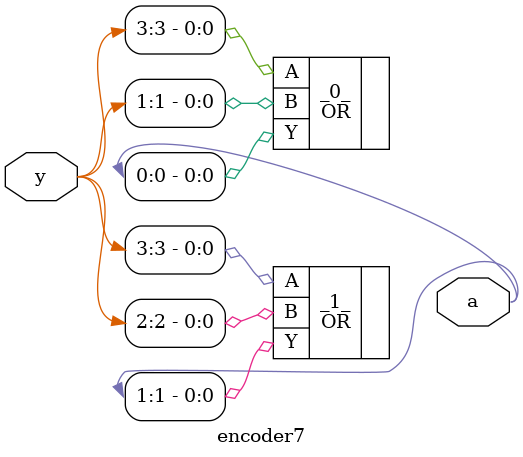
<source format=v>
/* Generated by Yosys 0.41+83 (git sha1 7045cf509, x86_64-w64-mingw32-g++ 13.2.1 -Os) */

/* cells_not_processed =  1  */
/* src = "encoder7.v:1.1-8.10" */
module encoder7(y, a);
  /* src = "encoder7.v:3.18-3.19" */
  output [1:0] a;
  wire [1:0] a;
  /* src = "encoder7.v:2.17-2.18" */
  input [3:0] y;
  wire [3:0] y;
  OR _0_ (
    .A(y[3]),
    .B(y[1]),
    .Y(a[0])
  );
  OR _1_ (
    .A(y[3]),
    .B(y[2]),
    .Y(a[1])
  );
endmodule

</source>
